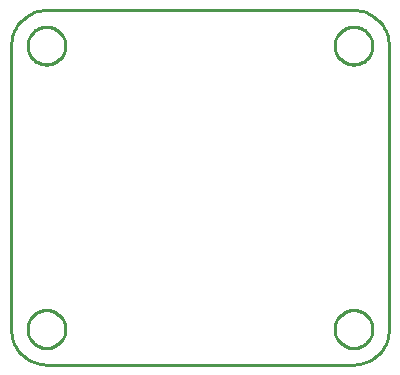
<source format=gbr>
G04 EAGLE Gerber RS-274X export*
G75*
%MOMM*%
%FSLAX34Y34*%
%LPD*%
%IN*%
%IPPOS*%
%AMOC8*
5,1,8,0,0,1.08239X$1,22.5*%
G01*
%ADD10C,0.254000*%


D10*
X0Y30000D02*
X114Y27385D01*
X456Y24791D01*
X1022Y22235D01*
X1809Y19739D01*
X2811Y17321D01*
X4019Y15000D01*
X5425Y12793D01*
X7019Y10716D01*
X8787Y8787D01*
X10716Y7019D01*
X12793Y5425D01*
X15000Y4019D01*
X17321Y2811D01*
X19739Y1809D01*
X22235Y1022D01*
X24791Y456D01*
X27385Y114D01*
X30000Y0D01*
X290000Y0D01*
X292615Y114D01*
X295209Y456D01*
X297765Y1022D01*
X300261Y1809D01*
X302679Y2811D01*
X305000Y4019D01*
X307207Y5425D01*
X309284Y7019D01*
X311213Y8787D01*
X312981Y10716D01*
X314575Y12793D01*
X315981Y15000D01*
X317189Y17321D01*
X318191Y19739D01*
X318978Y22235D01*
X319544Y24791D01*
X319886Y27385D01*
X320000Y30000D01*
X320000Y270000D01*
X319886Y272615D01*
X319544Y275209D01*
X318978Y277765D01*
X318191Y280261D01*
X317189Y282679D01*
X315981Y285000D01*
X314575Y287207D01*
X312981Y289284D01*
X311213Y291213D01*
X309284Y292981D01*
X307207Y294575D01*
X305000Y295981D01*
X302679Y297189D01*
X300261Y298191D01*
X297765Y298978D01*
X295209Y299544D01*
X292615Y299886D01*
X290000Y300000D01*
X30000Y300000D01*
X27385Y299886D01*
X24791Y299544D01*
X22235Y298978D01*
X19739Y298191D01*
X17321Y297189D01*
X15000Y295981D01*
X12793Y294575D01*
X10716Y292981D01*
X8787Y291213D01*
X7019Y289284D01*
X5425Y287207D01*
X4019Y285000D01*
X2811Y282679D01*
X1809Y280261D01*
X1022Y277765D01*
X456Y275209D01*
X114Y272615D01*
X0Y270000D01*
X0Y30000D01*
X46000Y29476D02*
X46000Y30524D01*
X45932Y31569D01*
X45795Y32608D01*
X45590Y33635D01*
X45319Y34647D01*
X44983Y35639D01*
X44582Y36607D01*
X44118Y37546D01*
X43595Y38454D01*
X43013Y39325D01*
X42375Y40156D01*
X41684Y40943D01*
X40943Y41684D01*
X40156Y42375D01*
X39325Y43013D01*
X38454Y43595D01*
X37546Y44118D01*
X36607Y44582D01*
X35639Y44983D01*
X34647Y45319D01*
X33635Y45590D01*
X32608Y45795D01*
X31569Y45932D01*
X30524Y46000D01*
X29476Y46000D01*
X28431Y45932D01*
X27392Y45795D01*
X26365Y45590D01*
X25353Y45319D01*
X24361Y44983D01*
X23393Y44582D01*
X22454Y44118D01*
X21546Y43595D01*
X20675Y43013D01*
X19844Y42375D01*
X19057Y41684D01*
X18316Y40943D01*
X17625Y40156D01*
X16988Y39325D01*
X16406Y38454D01*
X15882Y37546D01*
X15418Y36607D01*
X15017Y35639D01*
X14681Y34647D01*
X14410Y33635D01*
X14205Y32608D01*
X14069Y31569D01*
X14000Y30524D01*
X14000Y29476D01*
X14069Y28431D01*
X14205Y27392D01*
X14410Y26365D01*
X14681Y25353D01*
X15017Y24361D01*
X15418Y23393D01*
X15882Y22454D01*
X16406Y21546D01*
X16988Y20675D01*
X17625Y19844D01*
X18316Y19057D01*
X19057Y18316D01*
X19844Y17625D01*
X20675Y16988D01*
X21546Y16406D01*
X22454Y15882D01*
X23393Y15418D01*
X24361Y15017D01*
X25353Y14681D01*
X26365Y14410D01*
X27392Y14205D01*
X28431Y14069D01*
X29476Y14000D01*
X30524Y14000D01*
X31569Y14069D01*
X32608Y14205D01*
X33635Y14410D01*
X34647Y14681D01*
X35639Y15017D01*
X36607Y15418D01*
X37546Y15882D01*
X38454Y16406D01*
X39325Y16988D01*
X40156Y17625D01*
X40943Y18316D01*
X41684Y19057D01*
X42375Y19844D01*
X43013Y20675D01*
X43595Y21546D01*
X44118Y22454D01*
X44582Y23393D01*
X44983Y24361D01*
X45319Y25353D01*
X45590Y26365D01*
X45795Y27392D01*
X45932Y28431D01*
X46000Y29476D01*
X306000Y29476D02*
X306000Y30524D01*
X305932Y31569D01*
X305795Y32608D01*
X305590Y33635D01*
X305319Y34647D01*
X304983Y35639D01*
X304582Y36607D01*
X304118Y37546D01*
X303595Y38454D01*
X303013Y39325D01*
X302375Y40156D01*
X301684Y40943D01*
X300943Y41684D01*
X300156Y42375D01*
X299325Y43013D01*
X298454Y43595D01*
X297546Y44118D01*
X296607Y44582D01*
X295639Y44983D01*
X294647Y45319D01*
X293635Y45590D01*
X292608Y45795D01*
X291569Y45932D01*
X290524Y46000D01*
X289476Y46000D01*
X288431Y45932D01*
X287392Y45795D01*
X286365Y45590D01*
X285353Y45319D01*
X284361Y44983D01*
X283393Y44582D01*
X282454Y44118D01*
X281546Y43595D01*
X280675Y43013D01*
X279844Y42375D01*
X279057Y41684D01*
X278316Y40943D01*
X277625Y40156D01*
X276988Y39325D01*
X276406Y38454D01*
X275882Y37546D01*
X275418Y36607D01*
X275017Y35639D01*
X274681Y34647D01*
X274410Y33635D01*
X274205Y32608D01*
X274069Y31569D01*
X274000Y30524D01*
X274000Y29476D01*
X274069Y28431D01*
X274205Y27392D01*
X274410Y26365D01*
X274681Y25353D01*
X275017Y24361D01*
X275418Y23393D01*
X275882Y22454D01*
X276406Y21546D01*
X276988Y20675D01*
X277625Y19844D01*
X278316Y19057D01*
X279057Y18316D01*
X279844Y17625D01*
X280675Y16988D01*
X281546Y16406D01*
X282454Y15882D01*
X283393Y15418D01*
X284361Y15017D01*
X285353Y14681D01*
X286365Y14410D01*
X287392Y14205D01*
X288431Y14069D01*
X289476Y14000D01*
X290524Y14000D01*
X291569Y14069D01*
X292608Y14205D01*
X293635Y14410D01*
X294647Y14681D01*
X295639Y15017D01*
X296607Y15418D01*
X297546Y15882D01*
X298454Y16406D01*
X299325Y16988D01*
X300156Y17625D01*
X300943Y18316D01*
X301684Y19057D01*
X302375Y19844D01*
X303013Y20675D01*
X303595Y21546D01*
X304118Y22454D01*
X304582Y23393D01*
X304983Y24361D01*
X305319Y25353D01*
X305590Y26365D01*
X305795Y27392D01*
X305932Y28431D01*
X306000Y29476D01*
X46000Y269476D02*
X46000Y270524D01*
X45932Y271569D01*
X45795Y272608D01*
X45590Y273635D01*
X45319Y274647D01*
X44983Y275639D01*
X44582Y276607D01*
X44118Y277546D01*
X43595Y278454D01*
X43013Y279325D01*
X42375Y280156D01*
X41684Y280943D01*
X40943Y281684D01*
X40156Y282375D01*
X39325Y283013D01*
X38454Y283595D01*
X37546Y284118D01*
X36607Y284582D01*
X35639Y284983D01*
X34647Y285319D01*
X33635Y285590D01*
X32608Y285795D01*
X31569Y285932D01*
X30524Y286000D01*
X29476Y286000D01*
X28431Y285932D01*
X27392Y285795D01*
X26365Y285590D01*
X25353Y285319D01*
X24361Y284983D01*
X23393Y284582D01*
X22454Y284118D01*
X21546Y283595D01*
X20675Y283013D01*
X19844Y282375D01*
X19057Y281684D01*
X18316Y280943D01*
X17625Y280156D01*
X16988Y279325D01*
X16406Y278454D01*
X15882Y277546D01*
X15418Y276607D01*
X15017Y275639D01*
X14681Y274647D01*
X14410Y273635D01*
X14205Y272608D01*
X14069Y271569D01*
X14000Y270524D01*
X14000Y269476D01*
X14069Y268431D01*
X14205Y267392D01*
X14410Y266365D01*
X14681Y265353D01*
X15017Y264361D01*
X15418Y263393D01*
X15882Y262454D01*
X16406Y261546D01*
X16988Y260675D01*
X17625Y259844D01*
X18316Y259057D01*
X19057Y258316D01*
X19844Y257625D01*
X20675Y256988D01*
X21546Y256406D01*
X22454Y255882D01*
X23393Y255418D01*
X24361Y255017D01*
X25353Y254681D01*
X26365Y254410D01*
X27392Y254205D01*
X28431Y254069D01*
X29476Y254000D01*
X30524Y254000D01*
X31569Y254069D01*
X32608Y254205D01*
X33635Y254410D01*
X34647Y254681D01*
X35639Y255017D01*
X36607Y255418D01*
X37546Y255882D01*
X38454Y256406D01*
X39325Y256988D01*
X40156Y257625D01*
X40943Y258316D01*
X41684Y259057D01*
X42375Y259844D01*
X43013Y260675D01*
X43595Y261546D01*
X44118Y262454D01*
X44582Y263393D01*
X44983Y264361D01*
X45319Y265353D01*
X45590Y266365D01*
X45795Y267392D01*
X45932Y268431D01*
X46000Y269476D01*
X306000Y269476D02*
X306000Y270524D01*
X305932Y271569D01*
X305795Y272608D01*
X305590Y273635D01*
X305319Y274647D01*
X304983Y275639D01*
X304582Y276607D01*
X304118Y277546D01*
X303595Y278454D01*
X303013Y279325D01*
X302375Y280156D01*
X301684Y280943D01*
X300943Y281684D01*
X300156Y282375D01*
X299325Y283013D01*
X298454Y283595D01*
X297546Y284118D01*
X296607Y284582D01*
X295639Y284983D01*
X294647Y285319D01*
X293635Y285590D01*
X292608Y285795D01*
X291569Y285932D01*
X290524Y286000D01*
X289476Y286000D01*
X288431Y285932D01*
X287392Y285795D01*
X286365Y285590D01*
X285353Y285319D01*
X284361Y284983D01*
X283393Y284582D01*
X282454Y284118D01*
X281546Y283595D01*
X280675Y283013D01*
X279844Y282375D01*
X279057Y281684D01*
X278316Y280943D01*
X277625Y280156D01*
X276988Y279325D01*
X276406Y278454D01*
X275882Y277546D01*
X275418Y276607D01*
X275017Y275639D01*
X274681Y274647D01*
X274410Y273635D01*
X274205Y272608D01*
X274069Y271569D01*
X274000Y270524D01*
X274000Y269476D01*
X274069Y268431D01*
X274205Y267392D01*
X274410Y266365D01*
X274681Y265353D01*
X275017Y264361D01*
X275418Y263393D01*
X275882Y262454D01*
X276406Y261546D01*
X276988Y260675D01*
X277625Y259844D01*
X278316Y259057D01*
X279057Y258316D01*
X279844Y257625D01*
X280675Y256988D01*
X281546Y256406D01*
X282454Y255882D01*
X283393Y255418D01*
X284361Y255017D01*
X285353Y254681D01*
X286365Y254410D01*
X287392Y254205D01*
X288431Y254069D01*
X289476Y254000D01*
X290524Y254000D01*
X291569Y254069D01*
X292608Y254205D01*
X293635Y254410D01*
X294647Y254681D01*
X295639Y255017D01*
X296607Y255418D01*
X297546Y255882D01*
X298454Y256406D01*
X299325Y256988D01*
X300156Y257625D01*
X300943Y258316D01*
X301684Y259057D01*
X302375Y259844D01*
X303013Y260675D01*
X303595Y261546D01*
X304118Y262454D01*
X304582Y263393D01*
X304983Y264361D01*
X305319Y265353D01*
X305590Y266365D01*
X305795Y267392D01*
X305932Y268431D01*
X306000Y269476D01*
M02*

</source>
